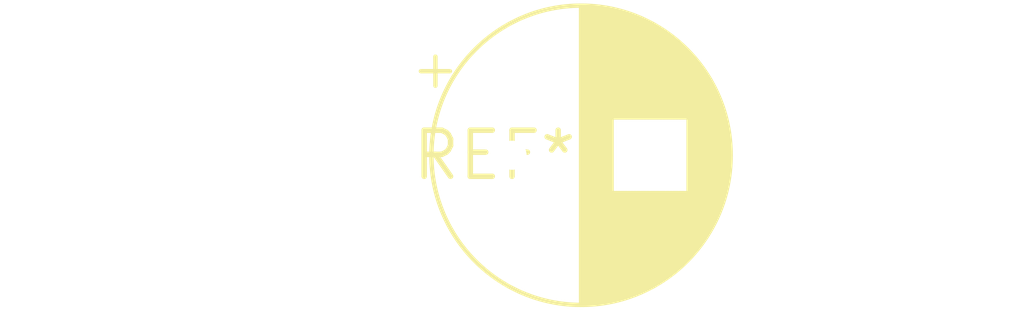
<source format=kicad_pcb>
(kicad_pcb (version 20240108) (generator pcbnew)
  (layers (0 "F.Cu" signal) (31 "B.Cu" signal) (34 "B.Paste" user) (35 "F.Paste" user) (36 "B.SilkS" user "B.Silkscreen") (37 "F.SilkS" user "F.Silkscreen") (38 "B.Mask" user) (39 "F.Mask" user) (44 "Edge.Cuts" user))
  (net 0 "")
  (footprint "CP_Radial_D8.0mm_P3.80mm" (layer "F.Cu") (at 0 0)
    (property "Reference" "REF**")
    (property "Value" "CP_Radial_D8.0mm_P3.80mm")
    (fp_line (start -2.509698 -2.315) (end -1.709698 -2.315) (layer "F.SilkS") (stroke (width 0.12)))
    (fp_line (start -2.109698 -2.715) (end -2.109698 -1.915) (layer "F.SilkS") (stroke (width 0.12)))
    (fp_line (start 1.9 -4.08) (end 1.9 4.08) (layer "F.SilkS") (stroke (width 0.12)))
    (fp_line (start 1.94 -4.08) (end 1.94 4.08) (layer "F.SilkS") (stroke (width 0.12)))
    (fp_line (start 1.98 -4.08) (end 1.98 4.08) (layer "F.SilkS") (stroke (width 0.12)))
    (fp_line (start 2.02 -4.079) (end 2.02 4.079) (layer "F.SilkS") (stroke (width 0.12)))
    (fp_line (start 2.06 -4.077) (end 2.06 4.077) (layer "F.SilkS") (stroke (width 0.12)))
    (fp_line (start 2.1 -4.076) (end 2.1 4.076) (layer "F.SilkS") (stroke (width 0.12)))
    (fp_line (start 2.14 -4.074) (end 2.14 4.074) (layer "F.SilkS") (stroke (width 0.12)))
    (fp_line (start 2.18 -4.071) (end 2.18 4.071) (layer "F.SilkS") (stroke (width 0.12)))
    (fp_line (start 2.22 -4.068) (end 2.22 4.068) (layer "F.SilkS") (stroke (width 0.12)))
    (fp_line (start 2.26 -4.065) (end 2.26 4.065) (layer "F.SilkS") (stroke (width 0.12)))
    (fp_line (start 2.3 -4.061) (end 2.3 4.061) (layer "F.SilkS") (stroke (width 0.12)))
    (fp_line (start 2.34 -4.057) (end 2.34 4.057) (layer "F.SilkS") (stroke (width 0.12)))
    (fp_line (start 2.38 -4.052) (end 2.38 4.052) (layer "F.SilkS") (stroke (width 0.12)))
    (fp_line (start 2.42 -4.048) (end 2.42 4.048) (layer "F.SilkS") (stroke (width 0.12)))
    (fp_line (start 2.46 -4.042) (end 2.46 4.042) (layer "F.SilkS") (stroke (width 0.12)))
    (fp_line (start 2.5 -4.037) (end 2.5 4.037) (layer "F.SilkS") (stroke (width 0.12)))
    (fp_line (start 2.54 -4.03) (end 2.54 4.03) (layer "F.SilkS") (stroke (width 0.12)))
    (fp_line (start 2.58 -4.024) (end 2.58 4.024) (layer "F.SilkS") (stroke (width 0.12)))
    (fp_line (start 2.621 -4.017) (end 2.621 4.017) (layer "F.SilkS") (stroke (width 0.12)))
    (fp_line (start 2.661 -4.01) (end 2.661 4.01) (layer "F.SilkS") (stroke (width 0.12)))
    (fp_line (start 2.701 -4.002) (end 2.701 4.002) (layer "F.SilkS") (stroke (width 0.12)))
    (fp_line (start 2.741 -3.994) (end 2.741 3.994) (layer "F.SilkS") (stroke (width 0.12)))
    (fp_line (start 2.781 -3.985) (end 2.781 -1.04) (layer "F.SilkS") (stroke (width 0.12)))
    (fp_line (start 2.781 1.04) (end 2.781 3.985) (layer "F.SilkS") (stroke (width 0.12)))
    (fp_line (start 2.821 -3.976) (end 2.821 -1.04) (layer "F.SilkS") (stroke (width 0.12)))
    (fp_line (start 2.821 1.04) (end 2.821 3.976) (layer "F.SilkS") (stroke (width 0.12)))
    (fp_line (start 2.861 -3.967) (end 2.861 -1.04) (layer "F.SilkS") (stroke (width 0.12)))
    (fp_line (start 2.861 1.04) (end 2.861 3.967) (layer "F.SilkS") (stroke (width 0.12)))
    (fp_line (start 2.901 -3.957) (end 2.901 -1.04) (layer "F.SilkS") (stroke (width 0.12)))
    (fp_line (start 2.901 1.04) (end 2.901 3.957) (layer "F.SilkS") (stroke (width 0.12)))
    (fp_line (start 2.941 -3.947) (end 2.941 -1.04) (layer "F.SilkS") (stroke (width 0.12)))
    (fp_line (start 2.941 1.04) (end 2.941 3.947) (layer "F.SilkS") (stroke (width 0.12)))
    (fp_line (start 2.981 -3.936) (end 2.981 -1.04) (layer "F.SilkS") (stroke (width 0.12)))
    (fp_line (start 2.981 1.04) (end 2.981 3.936) (layer "F.SilkS") (stroke (width 0.12)))
    (fp_line (start 3.021 -3.925) (end 3.021 -1.04) (layer "F.SilkS") (stroke (width 0.12)))
    (fp_line (start 3.021 1.04) (end 3.021 3.925) (layer "F.SilkS") (stroke (width 0.12)))
    (fp_line (start 3.061 -3.914) (end 3.061 -1.04) (layer "F.SilkS") (stroke (width 0.12)))
    (fp_line (start 3.061 1.04) (end 3.061 3.914) (layer "F.SilkS") (stroke (width 0.12)))
    (fp_line (start 3.101 -3.902) (end 3.101 -1.04) (layer "F.SilkS") (stroke (width 0.12)))
    (fp_line (start 3.101 1.04) (end 3.101 3.902) (layer "F.SilkS") (stroke (width 0.12)))
    (fp_line (start 3.141 -3.889) (end 3.141 -1.04) (layer "F.SilkS") (stroke (width 0.12)))
    (fp_line (start 3.141 1.04) (end 3.141 3.889) (layer "F.SilkS") (stroke (width 0.12)))
    (fp_line (start 3.181 -3.877) (end 3.181 -1.04) (layer "F.SilkS") (stroke (width 0.12)))
    (fp_line (start 3.181 1.04) (end 3.181 3.877) (layer "F.SilkS") (stroke (width 0.12)))
    (fp_line (start 3.221 -3.863) (end 3.221 -1.04) (layer "F.SilkS") (stroke (width 0.12)))
    (fp_line (start 3.221 1.04) (end 3.221 3.863) (layer "F.SilkS") (stroke (width 0.12)))
    (fp_line (start 3.261 -3.85) (end 3.261 -1.04) (layer "F.SilkS") (stroke (width 0.12)))
    (fp_line (start 3.261 1.04) (end 3.261 3.85) (layer "F.SilkS") (stroke (width 0.12)))
    (fp_line (start 3.301 -3.835) (end 3.301 -1.04) (layer "F.SilkS") (stroke (width 0.12)))
    (fp_line (start 3.301 1.04) (end 3.301 3.835) (layer "F.SilkS") (stroke (width 0.12)))
    (fp_line (start 3.341 -3.821) (end 3.341 -1.04) (layer "F.SilkS") (stroke (width 0.12)))
    (fp_line (start 3.341 1.04) (end 3.341 3.821) (layer "F.SilkS") (stroke (width 0.12)))
    (fp_line (start 3.381 -3.805) (end 3.381 -1.04) (layer "F.SilkS") (stroke (width 0.12)))
    (fp_line (start 3.381 1.04) (end 3.381 3.805) (layer "F.SilkS") (stroke (width 0.12)))
    (fp_line (start 3.421 -3.79) (end 3.421 -1.04) (layer "F.SilkS") (stroke (width 0.12)))
    (fp_line (start 3.421 1.04) (end 3.421 3.79) (layer "F.SilkS") (stroke (width 0.12)))
    (fp_line (start 3.461 -3.774) (end 3.461 -1.04) (layer "F.SilkS") (stroke (width 0.12)))
    (fp_line (start 3.461 1.04) (end 3.461 3.774) (layer "F.SilkS") (stroke (width 0.12)))
    (fp_line (start 3.501 -3.757) (end 3.501 -1.04) (layer "F.SilkS") (stroke (width 0.12)))
    (fp_line (start 3.501 1.04) (end 3.501 3.757) (layer "F.SilkS") (stroke (width 0.12)))
    (fp_line (start 3.541 -3.74) (end 3.541 -1.04) (layer "F.SilkS") (stroke (width 0.12)))
    (fp_line (start 3.541 1.04) (end 3.541 3.74) (layer "F.SilkS") (stroke (width 0.12)))
    (fp_line (start 3.581 -3.722) (end 3.581 -1.04) (layer "F.SilkS") (stroke (width 0.12)))
    (fp_line (start 3.581 1.04) (end 3.581 3.722) (layer "F.SilkS") (stroke (width 0.12)))
    (fp_line (start 3.621 -3.704) (end 3.621 -1.04) (layer "F.SilkS") (stroke (width 0.12)))
    (fp_line (start 3.621 1.04) (end 3.621 3.704) (layer "F.SilkS") (stroke (width 0.12)))
    (fp_line (start 3.661 -3.686) (end 3.661 -1.04) (layer "F.SilkS") (stroke (width 0.12)))
    (fp_line (start 3.661 1.04) (end 3.661 3.686) (layer "F.SilkS") (stroke (width 0.12)))
    (fp_line (start 3.701 -3.666) (end 3.701 -1.04) (layer "F.SilkS") (stroke (width 0.12)))
    (fp_line (start 3.701 1.04) (end 3.701 3.666) (layer "F.SilkS") (stroke (width 0.12)))
    (fp_line (start 3.741 -3.647) (end 3.741 -1.04) (layer "F.SilkS") (stroke (width 0.12)))
    (fp_line (start 3.741 1.04) (end 3.741 3.647) (layer "F.SilkS") (stroke (width 0.12)))
    (fp_line (start 3.781 -3.627) (end 3.781 -1.04) (layer "F.SilkS") (stroke (width 0.12)))
    (fp_line (start 3.781 1.04) (end 3.781 3.627) (layer "F.SilkS") (stroke (width 0.12)))
    (fp_line (start 3.821 -3.606) (end 3.821 -1.04) (layer "F.SilkS") (stroke (width 0.12)))
    (fp_line (start 3.821 1.04) (end 3.821 3.606) (layer "F.SilkS") (stroke (width 0.12)))
    (fp_line (start 3.861 -3.584) (end 3.861 -1.04) (layer "F.SilkS") (stroke (width 0.12)))
    (fp_line (start 3.861 1.04) (end 3.861 3.584) (layer "F.SilkS") (stroke (width 0.12)))
    (fp_line (start 3.901 -3.562) (end 3.901 -1.04) (layer "F.SilkS") (stroke (width 0.12)))
    (fp_line (start 3.901 1.04) (end 3.901 3.562) (layer "F.SilkS") (stroke (width 0.12)))
    (fp_line (start 3.941 -3.54) (end 3.941 -1.04) (layer "F.SilkS") (stroke (width 0.12)))
    (fp_line (start 3.941 1.04) (end 3.941 3.54) (layer "F.SilkS") (stroke (width 0.12)))
    (fp_line (start 3.981 -3.517) (end 3.981 -1.04) (layer "F.SilkS") (stroke (width 0.12)))
    (fp_line (start 3.981 1.04) (end 3.981 3.517) (layer "F.SilkS") (stroke (width 0.12)))
    (fp_line (start 4.021 -3.493) (end 4.021 -1.04) (layer "F.SilkS") (stroke (width 0.12)))
    (fp_line (start 4.021 1.04) (end 4.021 3.493) (layer "F.SilkS") (stroke (width 0.12)))
    (fp_line (start 4.061 -3.469) (end 4.061 -1.04) (layer "F.SilkS") (stroke (width 0.12)))
    (fp_line (start 4.061 1.04) (end 4.061 3.469) (layer "F.SilkS") (stroke (width 0.12)))
    (fp_line (start 4.101 -3.444) (end 4.101 -1.04) (layer "F.SilkS") (stroke (width 0.12)))
    (fp_line (start 4.101 1.04) (end 4.101 3.444) (layer "F.SilkS") (stroke (width 0.12)))
    (fp_line (start 4.141 -3.418) (end 4.141 -1.04) (layer "F.SilkS") (stroke (width 0.12)))
    (fp_line (start 4.141 1.04) (end 4.141 3.418) (layer "F.SilkS") (stroke (width 0.12)))
    (fp_line (start 4.181 -3.392) (end 4.181 -1.04) (layer "F.SilkS") (stroke (width 0.12)))
    (fp_line (start 4.181 1.04) (end 4.181 3.392) (layer "F.SilkS") (stroke (width 0.12)))
    (fp_line (start 4.221 -3.365) (end 4.221 -1.04) (layer "F.SilkS") (stroke (width 0.12)))
    (fp_line (start 4.221 1.04) (end 4.221 3.365) (layer "F.SilkS") (stroke (width 0.12)))
    (fp_line (start 4.261 -3.338) (end 4.261 -1.04) (layer "F.SilkS") (stroke (width 0.12)))
    (fp_line (start 4.261 1.04) (end 4.261 3.338) (layer "F.SilkS") (stroke (width 0.12)))
    (fp_line (start 4.301 -3.309) (end 4.301 -1.04) (layer "F.SilkS") (stroke (width 0.12)))
    (fp_line (start 4.301 1.04) (end 4.301 3.309) (layer "F.SilkS") (stroke (width 0.12)))
    (fp_line (start 4.341 -3.28) (end 4.341 -1.04) (layer "F.SilkS") (stroke (width 0.12)))
    (fp_line (start 4.341 1.04) (end 4.341 3.28) (layer "F.SilkS") (stroke (width 0.12)))
    (fp_line (start 4.381 -3.25) (end 4.381 -1.04) (layer "F.SilkS") (stroke (width 0.12)))
    (fp_line (start 4.381 1.04) (end 4.381 3.25) (layer "F.SilkS") (stroke (width 0.12)))
    (fp_line (start 4.421 -3.22) (end 4.421 -1.04) (layer "F.SilkS") (stroke (width 0.12)))
    (fp_line (start 4.421 1.04) (end 4.421 3.22) (layer "F.SilkS") (stroke (width 0.12)))
    (fp_line (start 4.461 -3.189) (end 4.461 -1.04) (layer "F.SilkS") (stroke (width 0.12)))
    (fp_line (start 4.461 1.04) (end 4.461 3.189) (layer "F.SilkS") (stroke (width 0.12)))
    (fp_line (start 4.501 -3.156) (end 4.501 -1.04) (layer "F.SilkS") (stroke (width 0.12)))
    (fp_line (start 4.501 1.04) (end 4.501 3.156) (layer "F.SilkS") (stroke (width 0.12)))
    (fp_line (start 4.541 -3.124) (end 4.541 -1.04) (layer "F.SilkS") (stroke (width 0.12)))
    (fp_line (start 4.541 1.04) (end 4.541 3.124) (layer "F.SilkS") (stroke (width 0.12)))
    (fp_line (start 4.581 -3.09) (end 4.581 -1.04) (layer "F.SilkS") (stroke (width 0.12)))
    (fp_line (start 4.581 1.04) (end 4.581 3.09) (layer "F.SilkS") (stroke (width 0.12)))
    (fp_line (start 4.621 -3.055) (end 4.621 -1.04) (layer "F.SilkS") (stroke (width 0.12)))
    (fp_line (start 4.621 1.04) (end 4.621 3.055) (layer "F.SilkS") (stroke (width 0.12)))
    (fp_line (start 4.661 -3.019) (end 4.661 -1.04) (layer "F.SilkS") (stroke (width 0.12)))
    (fp_line (start 4.661 1.04) (end 4.661 3.019) (layer "F.SilkS") (stroke (width 0.12)))
    (fp_line (start 4.701 -2.983) (end 4.701 -1.04) (layer "F.SilkS") (stroke (width 0.12)))
    (fp_line (start 4.701 1.04) (end 4.701 2.983) (layer "F.SilkS") (stroke (width 0.12)))
    (fp_line (start 4.741 -2.945) (end 4.741 -1.04) (layer "F.SilkS") (stroke (width 0.12)))
    (fp_line (start 4.741 1.04) (end 4.741 2.945) (layer "F.SilkS") (stroke (width 0.12)))
    (fp_line (start 4.781 -2.907) (end 4.781 -1.04) (layer "F.SilkS") (stroke (width 0.12)))
    (fp_line (start 4.781 1.04) (end 4.781 2.907) (layer "F.SilkS") (stroke (width 0.12)))
    (fp_line (start 4.821 -2.867) (end 4.821 -1.04) (layer "F.SilkS") (stroke (width 0.12)))
    (fp_line (start 4.821 1.04) (end 4.821 2.867) (layer "F.SilkS") (stroke (width 0.12)))
    (fp_line (start 4.861 -2.826) (end 4.861 2.826) (layer "F.SilkS") (stroke (width 0.12)))
    (fp_line (start 4.901 -2.784) (end 4.901 2.784) (layer "F.SilkS") (stroke (width 0.12)))
    (fp_line (start 4.941 -2.741) (end 4.941 2.741) (layer "F.SilkS") (stroke (width 0.12)))
    (fp_line (start 4.981 -2.697) (end 4.981 2.697) (layer "F.SilkS") (stroke (width 0.12)))
    (fp_line (start 5.021 -2.651) (end 5.021 2.651) (layer "F.SilkS") (stroke (width 0.12)))
    (fp_line (start 5.061 -2.604) (end 5.061 2.604) (layer "F.SilkS") (stroke (width 0.12)))
    (fp_line (start 5.101 -2.556) (end 5.101 2.556) (layer "F.SilkS") (stroke (width 0.12)))
    (fp_line (start 5.141 -2.505) (end 5.141 2.505) (layer "F.SilkS") (stroke (width 0.12)))
    (fp_line (start 5.181 -2.454) (end 5.181 2.454) (layer "F.SilkS") (stroke (width 0.12)))
    (fp_line (start 5.221 -2.4) (end 5.221 2.4) (layer "F.SilkS") (stroke (width 0.12)))
    (fp_line (start 5.261 -2.345) (end 5.261 2.345) (layer "F.SilkS") (stroke (width 0.12)))
    (fp_line (start 5.301 -2.287) (end 5.301 2.287) (layer "F.SilkS") (stroke (width 0.12)))
    (fp_line (start 5.341 -2.228) (end 5.341 2.228) (layer "F.SilkS") (stroke (width 0.12)))
    (fp_line (start 5.381 -2.166) (end 5.381 2.166) (layer "F.SilkS") (stroke (width 0.12)))
    (fp_line (start 5.421 -2.102) (end 5.421 2.102) (layer "F.SilkS") (stroke (width 0.12)))
    (fp_line (start 5.461 -2.034) (end 5.461 2.034) (layer "F.SilkS") (stroke (width 0.12)))
    (fp_line (start 5.501 -1.964) (end 5.501 1.964) (layer "F.SilkS") (stroke (width 0.12)))
    (fp_line (start 5.541 -1.89) (end 5.541 1.89) (layer "F.SilkS") (stroke (width 0.12)))
    (fp_line (start 5.581 -1.813) (end 5.581 1.813) (layer "F.SilkS") (stroke (width 0.12)))
    (fp_line (start 5.621 -1.731) (end 5.621 1.731) (layer "F.SilkS") (stroke (width 0.12)))
    (fp_line (start 5.661 -1.645) (end 5.661 1.645) (layer "F.SilkS") (stroke (width 0.12)))
    (fp_line (start 5.701 -1.552) (end 5.701 1.552) (layer "F.SilkS") (stroke (width 0.12)))
    (fp_line (start 5.741 -1.453) (end 5.741 1.453) (layer "F.SilkS") (stroke (width 0.12)))
    (fp_line (start 5.781 -1.346) (end 5.781 1.346) (layer "F.SilkS") (stroke (width 0.12)))
    (fp_line (start 5.821 -1.229) (end 5.821 1.229) (layer "F.SilkS") (stroke (width 0.12)))
    (fp_line (start 5.861 -1.098) (end 5.861 1.098) (layer "F.SilkS") (stroke (width 0.12)))
    (fp_line (start 5.901 -0.948) (end 5.901 0.948) (layer "F.SilkS") (stroke (width 0.12)))
    (fp_line (start 5.941 -0.768) (end 5.941 0.768) (layer "F.SilkS") (stroke (width 0.12)))
    (fp_line (start 5.981 -0.533) (end 5.981 0.533) (layer "F.SilkS") (stroke (width 0.12)))
    (fp_circle (center 1.9 0) (end 6.02 0) (layer "F.SilkS") (stroke (width 0.12)) (fill none))
    (pad "1" thru_hole rect (at 0 0) (size 1.6 1.6) (drill 0.8) (layers *.Cu *.Mask) (remove_unused_layers))
    (pad "2" thru_hole circle (at 3.8 0) (size 1.6 1.6) (drill 0.8) (layers *.Cu *.Mask) (remove_unused_layers))
  )
)
</source>
